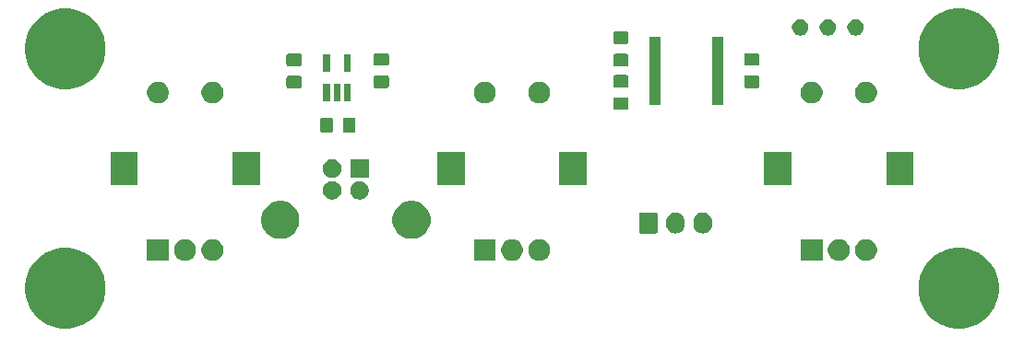
<source format=gbr>
G04 #@! TF.GenerationSoftware,KiCad,Pcbnew,5.0.2-bee76a0~70~ubuntu16.04.1*
G04 #@! TF.CreationDate,2019-03-20T11:43:52+01:00*
G04 #@! TF.ProjectId,controller,636f6e74-726f-46c6-9c65-722e6b696361,rev?*
G04 #@! TF.SameCoordinates,Original*
G04 #@! TF.FileFunction,Soldermask,Top*
G04 #@! TF.FilePolarity,Negative*
%FSLAX46Y46*%
G04 Gerber Fmt 4.6, Leading zero omitted, Abs format (unit mm)*
G04 Created by KiCad (PCBNEW 5.0.2-bee76a0~70~ubuntu16.04.1) date Wed 20 Mar 2019 11:43:52 AM CET*
%MOMM*%
%LPD*%
G01*
G04 APERTURE LIST*
%ADD10C,0.100000*%
G04 APERTURE END LIST*
D10*
G36*
X182079249Y-67442188D02*
X182456597Y-67598491D01*
X182752607Y-67721102D01*
X183130609Y-67973675D01*
X183358616Y-68126024D01*
X183873976Y-68641384D01*
X183873978Y-68641387D01*
X184278898Y-69247393D01*
X184278898Y-69247394D01*
X184557812Y-69920751D01*
X184700000Y-70635580D01*
X184700000Y-71364420D01*
X184557812Y-72079249D01*
X184394428Y-72473693D01*
X184278898Y-72752607D01*
X183876705Y-73354531D01*
X183873976Y-73358616D01*
X183358616Y-73873976D01*
X183358613Y-73873978D01*
X182752607Y-74278898D01*
X182473693Y-74394428D01*
X182079249Y-74557812D01*
X181364420Y-74700000D01*
X180635580Y-74700000D01*
X179920751Y-74557812D01*
X179526307Y-74394428D01*
X179247393Y-74278898D01*
X178641387Y-73873978D01*
X178641384Y-73873976D01*
X178126024Y-73358616D01*
X178123295Y-73354531D01*
X177721102Y-72752607D01*
X177605572Y-72473693D01*
X177442188Y-72079249D01*
X177300000Y-71364420D01*
X177300000Y-70635580D01*
X177442188Y-69920751D01*
X177721102Y-69247394D01*
X177721102Y-69247393D01*
X178126022Y-68641387D01*
X178126024Y-68641384D01*
X178641384Y-68126024D01*
X178869391Y-67973675D01*
X179247393Y-67721102D01*
X179543403Y-67598491D01*
X179920751Y-67442188D01*
X180635580Y-67300000D01*
X181364420Y-67300000D01*
X182079249Y-67442188D01*
X182079249Y-67442188D01*
G37*
G36*
X100079249Y-67442188D02*
X100456597Y-67598491D01*
X100752607Y-67721102D01*
X101130609Y-67973675D01*
X101358616Y-68126024D01*
X101873976Y-68641384D01*
X101873978Y-68641387D01*
X102278898Y-69247393D01*
X102278898Y-69247394D01*
X102557812Y-69920751D01*
X102700000Y-70635580D01*
X102700000Y-71364420D01*
X102557812Y-72079249D01*
X102394428Y-72473693D01*
X102278898Y-72752607D01*
X101876705Y-73354531D01*
X101873976Y-73358616D01*
X101358616Y-73873976D01*
X101358613Y-73873978D01*
X100752607Y-74278898D01*
X100473693Y-74394428D01*
X100079249Y-74557812D01*
X99364420Y-74700000D01*
X98635580Y-74700000D01*
X97920751Y-74557812D01*
X97526307Y-74394428D01*
X97247393Y-74278898D01*
X96641387Y-73873978D01*
X96641384Y-73873976D01*
X96126024Y-73358616D01*
X96123295Y-73354531D01*
X95721102Y-72752607D01*
X95605572Y-72473693D01*
X95442188Y-72079249D01*
X95300000Y-71364420D01*
X95300000Y-70635580D01*
X95442188Y-69920751D01*
X95721102Y-69247394D01*
X95721102Y-69247393D01*
X96126022Y-68641387D01*
X96126024Y-68641384D01*
X96641384Y-68126024D01*
X96869391Y-67973675D01*
X97247393Y-67721102D01*
X97543403Y-67598491D01*
X97920751Y-67442188D01*
X98635580Y-67300000D01*
X99364420Y-67300000D01*
X100079249Y-67442188D01*
X100079249Y-67442188D01*
G37*
G36*
X138500000Y-68500000D02*
X136500000Y-68500000D01*
X136500000Y-66500000D01*
X138500000Y-66500000D01*
X138500000Y-68500000D01*
X138500000Y-68500000D01*
G37*
G36*
X140175770Y-66515372D02*
X140291689Y-66538429D01*
X140473678Y-66613811D01*
X140637463Y-66723249D01*
X140776751Y-66862537D01*
X140886189Y-67026322D01*
X140961571Y-67208311D01*
X141000000Y-67401509D01*
X141000000Y-67598491D01*
X140961571Y-67791689D01*
X140886189Y-67973678D01*
X140776751Y-68137463D01*
X140637463Y-68276751D01*
X140473678Y-68386189D01*
X140291689Y-68461571D01*
X140175770Y-68484628D01*
X140098493Y-68500000D01*
X139901507Y-68500000D01*
X139824230Y-68484628D01*
X139708311Y-68461571D01*
X139526322Y-68386189D01*
X139362537Y-68276751D01*
X139223249Y-68137463D01*
X139113811Y-67973678D01*
X139038429Y-67791689D01*
X139000000Y-67598491D01*
X139000000Y-67401509D01*
X139038429Y-67208311D01*
X139113811Y-67026322D01*
X139223249Y-66862537D01*
X139362537Y-66723249D01*
X139526322Y-66613811D01*
X139708311Y-66538429D01*
X139824230Y-66515372D01*
X139901507Y-66500000D01*
X140098493Y-66500000D01*
X140175770Y-66515372D01*
X140175770Y-66515372D01*
G37*
G36*
X108500000Y-68500000D02*
X106500000Y-68500000D01*
X106500000Y-66500000D01*
X108500000Y-66500000D01*
X108500000Y-68500000D01*
X108500000Y-68500000D01*
G37*
G36*
X110175770Y-66515372D02*
X110291689Y-66538429D01*
X110473678Y-66613811D01*
X110637463Y-66723249D01*
X110776751Y-66862537D01*
X110886189Y-67026322D01*
X110961571Y-67208311D01*
X111000000Y-67401509D01*
X111000000Y-67598491D01*
X110961571Y-67791689D01*
X110886189Y-67973678D01*
X110776751Y-68137463D01*
X110637463Y-68276751D01*
X110473678Y-68386189D01*
X110291689Y-68461571D01*
X110175770Y-68484628D01*
X110098493Y-68500000D01*
X109901507Y-68500000D01*
X109824230Y-68484628D01*
X109708311Y-68461571D01*
X109526322Y-68386189D01*
X109362537Y-68276751D01*
X109223249Y-68137463D01*
X109113811Y-67973678D01*
X109038429Y-67791689D01*
X109000000Y-67598491D01*
X109000000Y-67401509D01*
X109038429Y-67208311D01*
X109113811Y-67026322D01*
X109223249Y-66862537D01*
X109362537Y-66723249D01*
X109526322Y-66613811D01*
X109708311Y-66538429D01*
X109824230Y-66515372D01*
X109901507Y-66500000D01*
X110098493Y-66500000D01*
X110175770Y-66515372D01*
X110175770Y-66515372D01*
G37*
G36*
X112675770Y-66515372D02*
X112791689Y-66538429D01*
X112973678Y-66613811D01*
X113137463Y-66723249D01*
X113276751Y-66862537D01*
X113386189Y-67026322D01*
X113461571Y-67208311D01*
X113500000Y-67401509D01*
X113500000Y-67598491D01*
X113461571Y-67791689D01*
X113386189Y-67973678D01*
X113276751Y-68137463D01*
X113137463Y-68276751D01*
X112973678Y-68386189D01*
X112791689Y-68461571D01*
X112675770Y-68484628D01*
X112598493Y-68500000D01*
X112401507Y-68500000D01*
X112324230Y-68484628D01*
X112208311Y-68461571D01*
X112026322Y-68386189D01*
X111862537Y-68276751D01*
X111723249Y-68137463D01*
X111613811Y-67973678D01*
X111538429Y-67791689D01*
X111500000Y-67598491D01*
X111500000Y-67401509D01*
X111538429Y-67208311D01*
X111613811Y-67026322D01*
X111723249Y-66862537D01*
X111862537Y-66723249D01*
X112026322Y-66613811D01*
X112208311Y-66538429D01*
X112324230Y-66515372D01*
X112401507Y-66500000D01*
X112598493Y-66500000D01*
X112675770Y-66515372D01*
X112675770Y-66515372D01*
G37*
G36*
X168500000Y-68500000D02*
X166500000Y-68500000D01*
X166500000Y-66500000D01*
X168500000Y-66500000D01*
X168500000Y-68500000D01*
X168500000Y-68500000D01*
G37*
G36*
X172675770Y-66515372D02*
X172791689Y-66538429D01*
X172973678Y-66613811D01*
X173137463Y-66723249D01*
X173276751Y-66862537D01*
X173386189Y-67026322D01*
X173461571Y-67208311D01*
X173500000Y-67401509D01*
X173500000Y-67598491D01*
X173461571Y-67791689D01*
X173386189Y-67973678D01*
X173276751Y-68137463D01*
X173137463Y-68276751D01*
X172973678Y-68386189D01*
X172791689Y-68461571D01*
X172675770Y-68484628D01*
X172598493Y-68500000D01*
X172401507Y-68500000D01*
X172324230Y-68484628D01*
X172208311Y-68461571D01*
X172026322Y-68386189D01*
X171862537Y-68276751D01*
X171723249Y-68137463D01*
X171613811Y-67973678D01*
X171538429Y-67791689D01*
X171500000Y-67598491D01*
X171500000Y-67401509D01*
X171538429Y-67208311D01*
X171613811Y-67026322D01*
X171723249Y-66862537D01*
X171862537Y-66723249D01*
X172026322Y-66613811D01*
X172208311Y-66538429D01*
X172324230Y-66515372D01*
X172401507Y-66500000D01*
X172598493Y-66500000D01*
X172675770Y-66515372D01*
X172675770Y-66515372D01*
G37*
G36*
X170175770Y-66515372D02*
X170291689Y-66538429D01*
X170473678Y-66613811D01*
X170637463Y-66723249D01*
X170776751Y-66862537D01*
X170886189Y-67026322D01*
X170961571Y-67208311D01*
X171000000Y-67401509D01*
X171000000Y-67598491D01*
X170961571Y-67791689D01*
X170886189Y-67973678D01*
X170776751Y-68137463D01*
X170637463Y-68276751D01*
X170473678Y-68386189D01*
X170291689Y-68461571D01*
X170175770Y-68484628D01*
X170098493Y-68500000D01*
X169901507Y-68500000D01*
X169824230Y-68484628D01*
X169708311Y-68461571D01*
X169526322Y-68386189D01*
X169362537Y-68276751D01*
X169223249Y-68137463D01*
X169113811Y-67973678D01*
X169038429Y-67791689D01*
X169000000Y-67598491D01*
X169000000Y-67401509D01*
X169038429Y-67208311D01*
X169113811Y-67026322D01*
X169223249Y-66862537D01*
X169362537Y-66723249D01*
X169526322Y-66613811D01*
X169708311Y-66538429D01*
X169824230Y-66515372D01*
X169901507Y-66500000D01*
X170098493Y-66500000D01*
X170175770Y-66515372D01*
X170175770Y-66515372D01*
G37*
G36*
X142675770Y-66515372D02*
X142791689Y-66538429D01*
X142973678Y-66613811D01*
X143137463Y-66723249D01*
X143276751Y-66862537D01*
X143386189Y-67026322D01*
X143461571Y-67208311D01*
X143500000Y-67401509D01*
X143500000Y-67598491D01*
X143461571Y-67791689D01*
X143386189Y-67973678D01*
X143276751Y-68137463D01*
X143137463Y-68276751D01*
X142973678Y-68386189D01*
X142791689Y-68461571D01*
X142675770Y-68484628D01*
X142598493Y-68500000D01*
X142401507Y-68500000D01*
X142324230Y-68484628D01*
X142208311Y-68461571D01*
X142026322Y-68386189D01*
X141862537Y-68276751D01*
X141723249Y-68137463D01*
X141613811Y-67973678D01*
X141538429Y-67791689D01*
X141500000Y-67598491D01*
X141500000Y-67401509D01*
X141538429Y-67208311D01*
X141613811Y-67026322D01*
X141723249Y-66862537D01*
X141862537Y-66723249D01*
X142026322Y-66613811D01*
X142208311Y-66538429D01*
X142324230Y-66515372D01*
X142401507Y-66500000D01*
X142598493Y-66500000D01*
X142675770Y-66515372D01*
X142675770Y-66515372D01*
G37*
G36*
X131280456Y-63027251D02*
X131598936Y-63159170D01*
X131885560Y-63350686D01*
X132129314Y-63594440D01*
X132320830Y-63881064D01*
X132452749Y-64199544D01*
X132520000Y-64537640D01*
X132520000Y-64882360D01*
X132452749Y-65220456D01*
X132320830Y-65538936D01*
X132129314Y-65825560D01*
X131885560Y-66069314D01*
X131598936Y-66260830D01*
X131280456Y-66392749D01*
X130942360Y-66460000D01*
X130597640Y-66460000D01*
X130259544Y-66392749D01*
X129941064Y-66260830D01*
X129654440Y-66069314D01*
X129410686Y-65825560D01*
X129219170Y-65538936D01*
X129087251Y-65220456D01*
X129020000Y-64882360D01*
X129020000Y-64537640D01*
X129087251Y-64199544D01*
X129219170Y-63881064D01*
X129410686Y-63594440D01*
X129654440Y-63350686D01*
X129941064Y-63159170D01*
X130259544Y-63027251D01*
X130597640Y-62960000D01*
X130942360Y-62960000D01*
X131280456Y-63027251D01*
X131280456Y-63027251D01*
G37*
G36*
X119240456Y-63027251D02*
X119558936Y-63159170D01*
X119845560Y-63350686D01*
X120089314Y-63594440D01*
X120280830Y-63881064D01*
X120412749Y-64199544D01*
X120480000Y-64537640D01*
X120480000Y-64882360D01*
X120412749Y-65220456D01*
X120280830Y-65538936D01*
X120089314Y-65825560D01*
X119845560Y-66069314D01*
X119558936Y-66260830D01*
X119240456Y-66392749D01*
X118902360Y-66460000D01*
X118557640Y-66460000D01*
X118219544Y-66392749D01*
X117901064Y-66260830D01*
X117614440Y-66069314D01*
X117370686Y-65825560D01*
X117179170Y-65538936D01*
X117047251Y-65220456D01*
X116980000Y-64882360D01*
X116980000Y-64537640D01*
X117047251Y-64199544D01*
X117179170Y-63881064D01*
X117370686Y-63594440D01*
X117614440Y-63350686D01*
X117901064Y-63159170D01*
X118219544Y-63027251D01*
X118557640Y-62960000D01*
X118902360Y-62960000D01*
X119240456Y-63027251D01*
X119240456Y-63027251D01*
G37*
G36*
X155166629Y-64037299D02*
X155281363Y-64072104D01*
X155326854Y-64085903D01*
X155400172Y-64125093D01*
X155474524Y-64164834D01*
X155603949Y-64271051D01*
X155710169Y-64400480D01*
X155789097Y-64548145D01*
X155837701Y-64708370D01*
X155850000Y-64833248D01*
X155850000Y-65166751D01*
X155837701Y-65291624D01*
X155837700Y-65291627D01*
X155837700Y-65291628D01*
X155789097Y-65451855D01*
X155760707Y-65504968D01*
X155710169Y-65599520D01*
X155603949Y-65728949D01*
X155474520Y-65835169D01*
X155326855Y-65914097D01*
X155166630Y-65962701D01*
X155000000Y-65979112D01*
X154833371Y-65962701D01*
X154673146Y-65914097D01*
X154525484Y-65835170D01*
X154396048Y-65728946D01*
X154289831Y-65599520D01*
X154210903Y-65451855D01*
X154162299Y-65291630D01*
X154150000Y-65166752D01*
X154150000Y-64833249D01*
X154162299Y-64708371D01*
X154197104Y-64593637D01*
X154210903Y-64548146D01*
X154256747Y-64462378D01*
X154289834Y-64400476D01*
X154396051Y-64271051D01*
X154525480Y-64164831D01*
X154673145Y-64085903D01*
X154833370Y-64037299D01*
X155000000Y-64020888D01*
X155166629Y-64037299D01*
X155166629Y-64037299D01*
G37*
G36*
X157666629Y-64037299D02*
X157781363Y-64072104D01*
X157826854Y-64085903D01*
X157900172Y-64125093D01*
X157974524Y-64164834D01*
X158103949Y-64271051D01*
X158210169Y-64400480D01*
X158289097Y-64548145D01*
X158337701Y-64708370D01*
X158350000Y-64833248D01*
X158350000Y-65166751D01*
X158337701Y-65291624D01*
X158337700Y-65291627D01*
X158337700Y-65291628D01*
X158289097Y-65451855D01*
X158260707Y-65504968D01*
X158210169Y-65599520D01*
X158103949Y-65728949D01*
X157974520Y-65835169D01*
X157826855Y-65914097D01*
X157666630Y-65962701D01*
X157500000Y-65979112D01*
X157333371Y-65962701D01*
X157173146Y-65914097D01*
X157025484Y-65835170D01*
X156896048Y-65728946D01*
X156789831Y-65599520D01*
X156710903Y-65451855D01*
X156662299Y-65291630D01*
X156650000Y-65166752D01*
X156650000Y-64833249D01*
X156662299Y-64708371D01*
X156697104Y-64593637D01*
X156710903Y-64548146D01*
X156756747Y-64462378D01*
X156789834Y-64400476D01*
X156896051Y-64271051D01*
X157025480Y-64164831D01*
X157173145Y-64085903D01*
X157333370Y-64037299D01*
X157500000Y-64020888D01*
X157666629Y-64037299D01*
X157666629Y-64037299D01*
G37*
G36*
X153219675Y-64028701D02*
X153249907Y-64037872D01*
X153277769Y-64052765D01*
X153302192Y-64072808D01*
X153322235Y-64097231D01*
X153337128Y-64125093D01*
X153346299Y-64155325D01*
X153350000Y-64192905D01*
X153350000Y-65807095D01*
X153346299Y-65844675D01*
X153337128Y-65874907D01*
X153322235Y-65902769D01*
X153302192Y-65927192D01*
X153277769Y-65947235D01*
X153249907Y-65962128D01*
X153219675Y-65971299D01*
X153182095Y-65975000D01*
X151817905Y-65975000D01*
X151780325Y-65971299D01*
X151750093Y-65962128D01*
X151722231Y-65947235D01*
X151697808Y-65927192D01*
X151677765Y-65902769D01*
X151662872Y-65874907D01*
X151653701Y-65844675D01*
X151650000Y-65807095D01*
X151650000Y-64192905D01*
X151653701Y-64155325D01*
X151662872Y-64125093D01*
X151677765Y-64097231D01*
X151697808Y-64072808D01*
X151722231Y-64052765D01*
X151750093Y-64037872D01*
X151780325Y-64028701D01*
X151817905Y-64025000D01*
X153182095Y-64025000D01*
X153219675Y-64028701D01*
X153219675Y-64028701D01*
G37*
G36*
X123747934Y-61182664D02*
X123902627Y-61246740D01*
X124041847Y-61339764D01*
X124160236Y-61458153D01*
X124253260Y-61597373D01*
X124317336Y-61752066D01*
X124350000Y-61916281D01*
X124350000Y-62083719D01*
X124317336Y-62247934D01*
X124253260Y-62402627D01*
X124160236Y-62541847D01*
X124041847Y-62660236D01*
X123902627Y-62753260D01*
X123747934Y-62817336D01*
X123583719Y-62850000D01*
X123416281Y-62850000D01*
X123252066Y-62817336D01*
X123097373Y-62753260D01*
X122958153Y-62660236D01*
X122839764Y-62541847D01*
X122746740Y-62402627D01*
X122682664Y-62247934D01*
X122650000Y-62083719D01*
X122650000Y-61916281D01*
X122682664Y-61752066D01*
X122746740Y-61597373D01*
X122839764Y-61458153D01*
X122958153Y-61339764D01*
X123097373Y-61246740D01*
X123252066Y-61182664D01*
X123416281Y-61150000D01*
X123583719Y-61150000D01*
X123747934Y-61182664D01*
X123747934Y-61182664D01*
G37*
G36*
X126247934Y-61182664D02*
X126402627Y-61246740D01*
X126541847Y-61339764D01*
X126660236Y-61458153D01*
X126753260Y-61597373D01*
X126817336Y-61752066D01*
X126850000Y-61916281D01*
X126850000Y-62083719D01*
X126817336Y-62247934D01*
X126753260Y-62402627D01*
X126660236Y-62541847D01*
X126541847Y-62660236D01*
X126402627Y-62753260D01*
X126247934Y-62817336D01*
X126083719Y-62850000D01*
X125916281Y-62850000D01*
X125752066Y-62817336D01*
X125597373Y-62753260D01*
X125458153Y-62660236D01*
X125339764Y-62541847D01*
X125246740Y-62402627D01*
X125182664Y-62247934D01*
X125150000Y-62083719D01*
X125150000Y-61916281D01*
X125182664Y-61752066D01*
X125246740Y-61597373D01*
X125339764Y-61458153D01*
X125458153Y-61339764D01*
X125597373Y-61246740D01*
X125752066Y-61182664D01*
X125916281Y-61150000D01*
X126083719Y-61150000D01*
X126247934Y-61182664D01*
X126247934Y-61182664D01*
G37*
G36*
X165650000Y-61500000D02*
X163150000Y-61500000D01*
X163150000Y-58500000D01*
X165650000Y-58500000D01*
X165650000Y-61500000D01*
X165650000Y-61500000D01*
G37*
G36*
X105650000Y-61500000D02*
X103150000Y-61500000D01*
X103150000Y-58500000D01*
X105650000Y-58500000D01*
X105650000Y-61500000D01*
X105650000Y-61500000D01*
G37*
G36*
X116850000Y-61500000D02*
X114350000Y-61500000D01*
X114350000Y-58500000D01*
X116850000Y-58500000D01*
X116850000Y-61500000D01*
X116850000Y-61500000D01*
G37*
G36*
X146850000Y-61500000D02*
X144350000Y-61500000D01*
X144350000Y-58500000D01*
X146850000Y-58500000D01*
X146850000Y-61500000D01*
X146850000Y-61500000D01*
G37*
G36*
X176850000Y-61500000D02*
X174350000Y-61500000D01*
X174350000Y-58500000D01*
X176850000Y-58500000D01*
X176850000Y-61500000D01*
X176850000Y-61500000D01*
G37*
G36*
X135650000Y-61500000D02*
X133150000Y-61500000D01*
X133150000Y-58500000D01*
X135650000Y-58500000D01*
X135650000Y-61500000D01*
X135650000Y-61500000D01*
G37*
G36*
X126850000Y-60850000D02*
X125150000Y-60850000D01*
X125150000Y-59150000D01*
X126850000Y-59150000D01*
X126850000Y-60850000D01*
X126850000Y-60850000D01*
G37*
G36*
X123747934Y-59182664D02*
X123902627Y-59246740D01*
X124041847Y-59339764D01*
X124160236Y-59458153D01*
X124253260Y-59597373D01*
X124317336Y-59752066D01*
X124350000Y-59916281D01*
X124350000Y-60083719D01*
X124317336Y-60247934D01*
X124253260Y-60402627D01*
X124160236Y-60541847D01*
X124041847Y-60660236D01*
X123902627Y-60753260D01*
X123747934Y-60817336D01*
X123583719Y-60850000D01*
X123416281Y-60850000D01*
X123252066Y-60817336D01*
X123097373Y-60753260D01*
X122958153Y-60660236D01*
X122839764Y-60541847D01*
X122746740Y-60402627D01*
X122682664Y-60247934D01*
X122650000Y-60083719D01*
X122650000Y-59916281D01*
X122682664Y-59752066D01*
X122746740Y-59597373D01*
X122839764Y-59458153D01*
X122958153Y-59339764D01*
X123097373Y-59246740D01*
X123252066Y-59182664D01*
X123416281Y-59150000D01*
X123583719Y-59150000D01*
X123747934Y-59182664D01*
X123747934Y-59182664D01*
G37*
G36*
X123430522Y-55304039D02*
X123464053Y-55314211D01*
X123494960Y-55330731D01*
X123522043Y-55352957D01*
X123544269Y-55380040D01*
X123560789Y-55410947D01*
X123570961Y-55444478D01*
X123575000Y-55485487D01*
X123575000Y-56514513D01*
X123570961Y-56555522D01*
X123560789Y-56589053D01*
X123544269Y-56619960D01*
X123522043Y-56647043D01*
X123494960Y-56669269D01*
X123464053Y-56685789D01*
X123430522Y-56695961D01*
X123389513Y-56700000D01*
X122610487Y-56700000D01*
X122569478Y-56695961D01*
X122535947Y-56685789D01*
X122505040Y-56669269D01*
X122477957Y-56647043D01*
X122455731Y-56619960D01*
X122439211Y-56589053D01*
X122429039Y-56555522D01*
X122425000Y-56514513D01*
X122425000Y-55485487D01*
X122429039Y-55444478D01*
X122439211Y-55410947D01*
X122455731Y-55380040D01*
X122477957Y-55352957D01*
X122505040Y-55330731D01*
X122535947Y-55314211D01*
X122569478Y-55304039D01*
X122610487Y-55300000D01*
X123389513Y-55300000D01*
X123430522Y-55304039D01*
X123430522Y-55304039D01*
G37*
G36*
X125480522Y-55304039D02*
X125514053Y-55314211D01*
X125544960Y-55330731D01*
X125572043Y-55352957D01*
X125594269Y-55380040D01*
X125610789Y-55410947D01*
X125620961Y-55444478D01*
X125625000Y-55485487D01*
X125625000Y-56514513D01*
X125620961Y-56555522D01*
X125610789Y-56589053D01*
X125594269Y-56619960D01*
X125572043Y-56647043D01*
X125544960Y-56669269D01*
X125514053Y-56685789D01*
X125480522Y-56695961D01*
X125439513Y-56700000D01*
X124660487Y-56700000D01*
X124619478Y-56695961D01*
X124585947Y-56685789D01*
X124555040Y-56669269D01*
X124527957Y-56647043D01*
X124505731Y-56619960D01*
X124489211Y-56589053D01*
X124479039Y-56555522D01*
X124475000Y-56514513D01*
X124475000Y-55485487D01*
X124479039Y-55444478D01*
X124489211Y-55410947D01*
X124505731Y-55380040D01*
X124527957Y-55352957D01*
X124555040Y-55330731D01*
X124585947Y-55314211D01*
X124619478Y-55304039D01*
X124660487Y-55300000D01*
X125439513Y-55300000D01*
X125480522Y-55304039D01*
X125480522Y-55304039D01*
G37*
G36*
X150555522Y-53454039D02*
X150589053Y-53464211D01*
X150619960Y-53480731D01*
X150647043Y-53502957D01*
X150669269Y-53530040D01*
X150685789Y-53560947D01*
X150695961Y-53594478D01*
X150700000Y-53635487D01*
X150700000Y-54414513D01*
X150695961Y-54455522D01*
X150685789Y-54489053D01*
X150669269Y-54519960D01*
X150647043Y-54547043D01*
X150619960Y-54569269D01*
X150589053Y-54585789D01*
X150555522Y-54595961D01*
X150514513Y-54600000D01*
X149485487Y-54600000D01*
X149444478Y-54595961D01*
X149410947Y-54585789D01*
X149380040Y-54569269D01*
X149352957Y-54547043D01*
X149330731Y-54519960D01*
X149314211Y-54489053D01*
X149304039Y-54455522D01*
X149300000Y-54414513D01*
X149300000Y-53635487D01*
X149304039Y-53594478D01*
X149314211Y-53560947D01*
X149330731Y-53530040D01*
X149352957Y-53502957D01*
X149380040Y-53480731D01*
X149410947Y-53464211D01*
X149444478Y-53454039D01*
X149485487Y-53450000D01*
X150514513Y-53450000D01*
X150555522Y-53454039D01*
X150555522Y-53454039D01*
G37*
G36*
X153600000Y-54125000D02*
X152600000Y-54125000D01*
X152600000Y-47875000D01*
X153600000Y-47875000D01*
X153600000Y-54125000D01*
X153600000Y-54125000D01*
G37*
G36*
X159400000Y-54125000D02*
X158400000Y-54125000D01*
X158400000Y-47875000D01*
X159400000Y-47875000D01*
X159400000Y-54125000D01*
X159400000Y-54125000D01*
G37*
G36*
X137675770Y-52015372D02*
X137791689Y-52038429D01*
X137973678Y-52113811D01*
X138137463Y-52223249D01*
X138276751Y-52362537D01*
X138386189Y-52526322D01*
X138461571Y-52708311D01*
X138500000Y-52901509D01*
X138500000Y-53098491D01*
X138461571Y-53291689D01*
X138386189Y-53473678D01*
X138276751Y-53637463D01*
X138137463Y-53776751D01*
X137973678Y-53886189D01*
X137791689Y-53961571D01*
X137675770Y-53984628D01*
X137598493Y-54000000D01*
X137401507Y-54000000D01*
X137324230Y-53984628D01*
X137208311Y-53961571D01*
X137026322Y-53886189D01*
X136862537Y-53776751D01*
X136723249Y-53637463D01*
X136613811Y-53473678D01*
X136538429Y-53291689D01*
X136500000Y-53098491D01*
X136500000Y-52901509D01*
X136538429Y-52708311D01*
X136613811Y-52526322D01*
X136723249Y-52362537D01*
X136862537Y-52223249D01*
X137026322Y-52113811D01*
X137208311Y-52038429D01*
X137324230Y-52015372D01*
X137401507Y-52000000D01*
X137598493Y-52000000D01*
X137675770Y-52015372D01*
X137675770Y-52015372D01*
G37*
G36*
X142675770Y-52015372D02*
X142791689Y-52038429D01*
X142973678Y-52113811D01*
X143137463Y-52223249D01*
X143276751Y-52362537D01*
X143386189Y-52526322D01*
X143461571Y-52708311D01*
X143500000Y-52901509D01*
X143500000Y-53098491D01*
X143461571Y-53291689D01*
X143386189Y-53473678D01*
X143276751Y-53637463D01*
X143137463Y-53776751D01*
X142973678Y-53886189D01*
X142791689Y-53961571D01*
X142675770Y-53984628D01*
X142598493Y-54000000D01*
X142401507Y-54000000D01*
X142324230Y-53984628D01*
X142208311Y-53961571D01*
X142026322Y-53886189D01*
X141862537Y-53776751D01*
X141723249Y-53637463D01*
X141613811Y-53473678D01*
X141538429Y-53291689D01*
X141500000Y-53098491D01*
X141500000Y-52901509D01*
X141538429Y-52708311D01*
X141613811Y-52526322D01*
X141723249Y-52362537D01*
X141862537Y-52223249D01*
X142026322Y-52113811D01*
X142208311Y-52038429D01*
X142324230Y-52015372D01*
X142401507Y-52000000D01*
X142598493Y-52000000D01*
X142675770Y-52015372D01*
X142675770Y-52015372D01*
G37*
G36*
X172675770Y-52015372D02*
X172791689Y-52038429D01*
X172973678Y-52113811D01*
X173137463Y-52223249D01*
X173276751Y-52362537D01*
X173386189Y-52526322D01*
X173461571Y-52708311D01*
X173500000Y-52901509D01*
X173500000Y-53098491D01*
X173461571Y-53291689D01*
X173386189Y-53473678D01*
X173276751Y-53637463D01*
X173137463Y-53776751D01*
X172973678Y-53886189D01*
X172791689Y-53961571D01*
X172675770Y-53984628D01*
X172598493Y-54000000D01*
X172401507Y-54000000D01*
X172324230Y-53984628D01*
X172208311Y-53961571D01*
X172026322Y-53886189D01*
X171862537Y-53776751D01*
X171723249Y-53637463D01*
X171613811Y-53473678D01*
X171538429Y-53291689D01*
X171500000Y-53098491D01*
X171500000Y-52901509D01*
X171538429Y-52708311D01*
X171613811Y-52526322D01*
X171723249Y-52362537D01*
X171862537Y-52223249D01*
X172026322Y-52113811D01*
X172208311Y-52038429D01*
X172324230Y-52015372D01*
X172401507Y-52000000D01*
X172598493Y-52000000D01*
X172675770Y-52015372D01*
X172675770Y-52015372D01*
G37*
G36*
X167675770Y-52015372D02*
X167791689Y-52038429D01*
X167973678Y-52113811D01*
X168137463Y-52223249D01*
X168276751Y-52362537D01*
X168386189Y-52526322D01*
X168461571Y-52708311D01*
X168500000Y-52901509D01*
X168500000Y-53098491D01*
X168461571Y-53291689D01*
X168386189Y-53473678D01*
X168276751Y-53637463D01*
X168137463Y-53776751D01*
X167973678Y-53886189D01*
X167791689Y-53961571D01*
X167675770Y-53984628D01*
X167598493Y-54000000D01*
X167401507Y-54000000D01*
X167324230Y-53984628D01*
X167208311Y-53961571D01*
X167026322Y-53886189D01*
X166862537Y-53776751D01*
X166723249Y-53637463D01*
X166613811Y-53473678D01*
X166538429Y-53291689D01*
X166500000Y-53098491D01*
X166500000Y-52901509D01*
X166538429Y-52708311D01*
X166613811Y-52526322D01*
X166723249Y-52362537D01*
X166862537Y-52223249D01*
X167026322Y-52113811D01*
X167208311Y-52038429D01*
X167324230Y-52015372D01*
X167401507Y-52000000D01*
X167598493Y-52000000D01*
X167675770Y-52015372D01*
X167675770Y-52015372D01*
G37*
G36*
X112675770Y-52015372D02*
X112791689Y-52038429D01*
X112973678Y-52113811D01*
X113137463Y-52223249D01*
X113276751Y-52362537D01*
X113386189Y-52526322D01*
X113461571Y-52708311D01*
X113500000Y-52901509D01*
X113500000Y-53098491D01*
X113461571Y-53291689D01*
X113386189Y-53473678D01*
X113276751Y-53637463D01*
X113137463Y-53776751D01*
X112973678Y-53886189D01*
X112791689Y-53961571D01*
X112675770Y-53984628D01*
X112598493Y-54000000D01*
X112401507Y-54000000D01*
X112324230Y-53984628D01*
X112208311Y-53961571D01*
X112026322Y-53886189D01*
X111862537Y-53776751D01*
X111723249Y-53637463D01*
X111613811Y-53473678D01*
X111538429Y-53291689D01*
X111500000Y-53098491D01*
X111500000Y-52901509D01*
X111538429Y-52708311D01*
X111613811Y-52526322D01*
X111723249Y-52362537D01*
X111862537Y-52223249D01*
X112026322Y-52113811D01*
X112208311Y-52038429D01*
X112324230Y-52015372D01*
X112401507Y-52000000D01*
X112598493Y-52000000D01*
X112675770Y-52015372D01*
X112675770Y-52015372D01*
G37*
G36*
X107675770Y-52015372D02*
X107791689Y-52038429D01*
X107973678Y-52113811D01*
X108137463Y-52223249D01*
X108276751Y-52362537D01*
X108386189Y-52526322D01*
X108461571Y-52708311D01*
X108500000Y-52901509D01*
X108500000Y-53098491D01*
X108461571Y-53291689D01*
X108386189Y-53473678D01*
X108276751Y-53637463D01*
X108137463Y-53776751D01*
X107973678Y-53886189D01*
X107791689Y-53961571D01*
X107675770Y-53984628D01*
X107598493Y-54000000D01*
X107401507Y-54000000D01*
X107324230Y-53984628D01*
X107208311Y-53961571D01*
X107026322Y-53886189D01*
X106862537Y-53776751D01*
X106723249Y-53637463D01*
X106613811Y-53473678D01*
X106538429Y-53291689D01*
X106500000Y-53098491D01*
X106500000Y-52901509D01*
X106538429Y-52708311D01*
X106613811Y-52526322D01*
X106723249Y-52362537D01*
X106862537Y-52223249D01*
X107026322Y-52113811D01*
X107208311Y-52038429D01*
X107324230Y-52015372D01*
X107401507Y-52000000D01*
X107598493Y-52000000D01*
X107675770Y-52015372D01*
X107675770Y-52015372D01*
G37*
G36*
X125225000Y-53780000D02*
X124575000Y-53780000D01*
X124575000Y-52220000D01*
X125225000Y-52220000D01*
X125225000Y-53780000D01*
X125225000Y-53780000D01*
G37*
G36*
X124275000Y-53780000D02*
X123625000Y-53780000D01*
X123625000Y-52220000D01*
X124275000Y-52220000D01*
X124275000Y-53780000D01*
X124275000Y-53780000D01*
G37*
G36*
X123325000Y-53780000D02*
X122675000Y-53780000D01*
X122675000Y-52220000D01*
X123325000Y-52220000D01*
X123325000Y-53780000D01*
X123325000Y-53780000D01*
G37*
G36*
X100079249Y-45442188D02*
X100473693Y-45605572D01*
X100752607Y-45721102D01*
X101354531Y-46123295D01*
X101358616Y-46126024D01*
X101873976Y-46641384D01*
X101873978Y-46641387D01*
X102278898Y-47247393D01*
X102347996Y-47414211D01*
X102557812Y-47920751D01*
X102700000Y-48635580D01*
X102700000Y-49364420D01*
X102557812Y-50079249D01*
X102425461Y-50398773D01*
X102278898Y-50752607D01*
X102060141Y-51080000D01*
X101873976Y-51358616D01*
X101358616Y-51873976D01*
X101358613Y-51873978D01*
X100752607Y-52278898D01*
X100520593Y-52375001D01*
X100079249Y-52557812D01*
X99364420Y-52700000D01*
X98635580Y-52700000D01*
X97920751Y-52557812D01*
X97479407Y-52375001D01*
X97247393Y-52278898D01*
X96641387Y-51873978D01*
X96641384Y-51873976D01*
X96126024Y-51358616D01*
X95939859Y-51080000D01*
X95721102Y-50752607D01*
X95574539Y-50398773D01*
X95442188Y-50079249D01*
X95300000Y-49364420D01*
X95300000Y-48635580D01*
X95442188Y-47920751D01*
X95652004Y-47414211D01*
X95721102Y-47247393D01*
X96126022Y-46641387D01*
X96126024Y-46641384D01*
X96641384Y-46126024D01*
X96645469Y-46123295D01*
X97247393Y-45721102D01*
X97526307Y-45605572D01*
X97920751Y-45442188D01*
X98635580Y-45300000D01*
X99364420Y-45300000D01*
X100079249Y-45442188D01*
X100079249Y-45442188D01*
G37*
G36*
X182079249Y-45442188D02*
X182473693Y-45605572D01*
X182752607Y-45721102D01*
X183354531Y-46123295D01*
X183358616Y-46126024D01*
X183873976Y-46641384D01*
X183873978Y-46641387D01*
X184278898Y-47247393D01*
X184347996Y-47414211D01*
X184557812Y-47920751D01*
X184700000Y-48635580D01*
X184700000Y-49364420D01*
X184557812Y-50079249D01*
X184425461Y-50398773D01*
X184278898Y-50752607D01*
X184060141Y-51080000D01*
X183873976Y-51358616D01*
X183358616Y-51873976D01*
X183358613Y-51873978D01*
X182752607Y-52278898D01*
X182520593Y-52375001D01*
X182079249Y-52557812D01*
X181364420Y-52700000D01*
X180635580Y-52700000D01*
X179920751Y-52557812D01*
X179479407Y-52375001D01*
X179247393Y-52278898D01*
X178641387Y-51873978D01*
X178641384Y-51873976D01*
X178126024Y-51358616D01*
X177939859Y-51080000D01*
X177721102Y-50752607D01*
X177574539Y-50398773D01*
X177442188Y-50079249D01*
X177300000Y-49364420D01*
X177300000Y-48635580D01*
X177442188Y-47920751D01*
X177652004Y-47414211D01*
X177721102Y-47247393D01*
X178126022Y-46641387D01*
X178126024Y-46641384D01*
X178641384Y-46126024D01*
X178645469Y-46123295D01*
X179247393Y-45721102D01*
X179526307Y-45605572D01*
X179920751Y-45442188D01*
X180635580Y-45300000D01*
X181364420Y-45300000D01*
X182079249Y-45442188D01*
X182079249Y-45442188D01*
G37*
G36*
X120555522Y-51479039D02*
X120589053Y-51489211D01*
X120619960Y-51505731D01*
X120647043Y-51527957D01*
X120669269Y-51555040D01*
X120685789Y-51585947D01*
X120695961Y-51619478D01*
X120700000Y-51660487D01*
X120700000Y-52439513D01*
X120695961Y-52480522D01*
X120685789Y-52514053D01*
X120669269Y-52544960D01*
X120647043Y-52572043D01*
X120619960Y-52594269D01*
X120589053Y-52610789D01*
X120555522Y-52620961D01*
X120514513Y-52625000D01*
X119485487Y-52625000D01*
X119444478Y-52620961D01*
X119410947Y-52610789D01*
X119380040Y-52594269D01*
X119352957Y-52572043D01*
X119330731Y-52544960D01*
X119314211Y-52514053D01*
X119304039Y-52480522D01*
X119300000Y-52439513D01*
X119300000Y-51660487D01*
X119304039Y-51619478D01*
X119314211Y-51585947D01*
X119330731Y-51555040D01*
X119352957Y-51527957D01*
X119380040Y-51505731D01*
X119410947Y-51489211D01*
X119444478Y-51479039D01*
X119485487Y-51475000D01*
X120514513Y-51475000D01*
X120555522Y-51479039D01*
X120555522Y-51479039D01*
G37*
G36*
X162555522Y-51454039D02*
X162589053Y-51464211D01*
X162619960Y-51480731D01*
X162647043Y-51502957D01*
X162669269Y-51530040D01*
X162685789Y-51560947D01*
X162695961Y-51594478D01*
X162700000Y-51635487D01*
X162700000Y-52414513D01*
X162695961Y-52455522D01*
X162685789Y-52489053D01*
X162669269Y-52519960D01*
X162647043Y-52547043D01*
X162619960Y-52569269D01*
X162589053Y-52585789D01*
X162555522Y-52595961D01*
X162514513Y-52600000D01*
X161485487Y-52600000D01*
X161444478Y-52595961D01*
X161410947Y-52585789D01*
X161380040Y-52569269D01*
X161352957Y-52547043D01*
X161330731Y-52519960D01*
X161314211Y-52489053D01*
X161304039Y-52455522D01*
X161300000Y-52414513D01*
X161300000Y-51635487D01*
X161304039Y-51594478D01*
X161314211Y-51560947D01*
X161330731Y-51530040D01*
X161352957Y-51502957D01*
X161380040Y-51480731D01*
X161410947Y-51464211D01*
X161444478Y-51454039D01*
X161485487Y-51450000D01*
X162514513Y-51450000D01*
X162555522Y-51454039D01*
X162555522Y-51454039D01*
G37*
G36*
X128555522Y-51454039D02*
X128589053Y-51464211D01*
X128619960Y-51480731D01*
X128647043Y-51502957D01*
X128669269Y-51530040D01*
X128685789Y-51560947D01*
X128695961Y-51594478D01*
X128700000Y-51635487D01*
X128700000Y-52414513D01*
X128695961Y-52455522D01*
X128685789Y-52489053D01*
X128669269Y-52519960D01*
X128647043Y-52547043D01*
X128619960Y-52569269D01*
X128589053Y-52585789D01*
X128555522Y-52595961D01*
X128514513Y-52600000D01*
X127485487Y-52600000D01*
X127444478Y-52595961D01*
X127410947Y-52585789D01*
X127380040Y-52569269D01*
X127352957Y-52547043D01*
X127330731Y-52519960D01*
X127314211Y-52489053D01*
X127304039Y-52455522D01*
X127300000Y-52414513D01*
X127300000Y-51635487D01*
X127304039Y-51594478D01*
X127314211Y-51560947D01*
X127330731Y-51530040D01*
X127352957Y-51502957D01*
X127380040Y-51480731D01*
X127410947Y-51464211D01*
X127444478Y-51454039D01*
X127485487Y-51450000D01*
X128514513Y-51450000D01*
X128555522Y-51454039D01*
X128555522Y-51454039D01*
G37*
G36*
X150555522Y-51404039D02*
X150589053Y-51414211D01*
X150619960Y-51430731D01*
X150647043Y-51452957D01*
X150669269Y-51480040D01*
X150685789Y-51510947D01*
X150695961Y-51544478D01*
X150700000Y-51585487D01*
X150700000Y-52364513D01*
X150695961Y-52405522D01*
X150685789Y-52439053D01*
X150669269Y-52469960D01*
X150647043Y-52497043D01*
X150619960Y-52519269D01*
X150589053Y-52535789D01*
X150555522Y-52545961D01*
X150514513Y-52550000D01*
X149485487Y-52550000D01*
X149444478Y-52545961D01*
X149410947Y-52535789D01*
X149380040Y-52519269D01*
X149352957Y-52497043D01*
X149330731Y-52469960D01*
X149314211Y-52439053D01*
X149304039Y-52405522D01*
X149300000Y-52364513D01*
X149300000Y-51585487D01*
X149304039Y-51544478D01*
X149314211Y-51510947D01*
X149330731Y-51480040D01*
X149352957Y-51452957D01*
X149380040Y-51430731D01*
X149410947Y-51414211D01*
X149444478Y-51404039D01*
X149485487Y-51400000D01*
X150514513Y-51400000D01*
X150555522Y-51404039D01*
X150555522Y-51404039D01*
G37*
G36*
X123325000Y-51080000D02*
X122675000Y-51080000D01*
X122675000Y-49520000D01*
X123325000Y-49520000D01*
X123325000Y-51080000D01*
X123325000Y-51080000D01*
G37*
G36*
X125225000Y-51080000D02*
X124575000Y-51080000D01*
X124575000Y-49520000D01*
X125225000Y-49520000D01*
X125225000Y-51080000D01*
X125225000Y-51080000D01*
G37*
G36*
X150555522Y-49454039D02*
X150589053Y-49464211D01*
X150619960Y-49480731D01*
X150647043Y-49502957D01*
X150669269Y-49530040D01*
X150685789Y-49560947D01*
X150695961Y-49594478D01*
X150700000Y-49635487D01*
X150700000Y-50414513D01*
X150695961Y-50455522D01*
X150685789Y-50489053D01*
X150669269Y-50519960D01*
X150647043Y-50547043D01*
X150619960Y-50569269D01*
X150589053Y-50585789D01*
X150555522Y-50595961D01*
X150514513Y-50600000D01*
X149485487Y-50600000D01*
X149444478Y-50595961D01*
X149410947Y-50585789D01*
X149380040Y-50569269D01*
X149352957Y-50547043D01*
X149330731Y-50519960D01*
X149314211Y-50489053D01*
X149304039Y-50455522D01*
X149300000Y-50414513D01*
X149300000Y-49635487D01*
X149304039Y-49594478D01*
X149314211Y-49560947D01*
X149330731Y-49530040D01*
X149352957Y-49502957D01*
X149380040Y-49480731D01*
X149410947Y-49464211D01*
X149444478Y-49454039D01*
X149485487Y-49450000D01*
X150514513Y-49450000D01*
X150555522Y-49454039D01*
X150555522Y-49454039D01*
G37*
G36*
X120555522Y-49429039D02*
X120589053Y-49439211D01*
X120619960Y-49455731D01*
X120647043Y-49477957D01*
X120669269Y-49505040D01*
X120685789Y-49535947D01*
X120695961Y-49569478D01*
X120700000Y-49610487D01*
X120700000Y-50389513D01*
X120695961Y-50430522D01*
X120685789Y-50464053D01*
X120669269Y-50494960D01*
X120647043Y-50522043D01*
X120619960Y-50544269D01*
X120589053Y-50560789D01*
X120555522Y-50570961D01*
X120514513Y-50575000D01*
X119485487Y-50575000D01*
X119444478Y-50570961D01*
X119410947Y-50560789D01*
X119380040Y-50544269D01*
X119352957Y-50522043D01*
X119330731Y-50494960D01*
X119314211Y-50464053D01*
X119304039Y-50430522D01*
X119300000Y-50389513D01*
X119300000Y-49610487D01*
X119304039Y-49569478D01*
X119314211Y-49535947D01*
X119330731Y-49505040D01*
X119352957Y-49477957D01*
X119380040Y-49455731D01*
X119410947Y-49439211D01*
X119444478Y-49429039D01*
X119485487Y-49425000D01*
X120514513Y-49425000D01*
X120555522Y-49429039D01*
X120555522Y-49429039D01*
G37*
G36*
X162555522Y-49404039D02*
X162589053Y-49414211D01*
X162619960Y-49430731D01*
X162647043Y-49452957D01*
X162669269Y-49480040D01*
X162685789Y-49510947D01*
X162695961Y-49544478D01*
X162700000Y-49585487D01*
X162700000Y-50364513D01*
X162695961Y-50405522D01*
X162685789Y-50439053D01*
X162669269Y-50469960D01*
X162647043Y-50497043D01*
X162619960Y-50519269D01*
X162589053Y-50535789D01*
X162555522Y-50545961D01*
X162514513Y-50550000D01*
X161485487Y-50550000D01*
X161444478Y-50545961D01*
X161410947Y-50535789D01*
X161380040Y-50519269D01*
X161352957Y-50497043D01*
X161330731Y-50469960D01*
X161314211Y-50439053D01*
X161304039Y-50405522D01*
X161300000Y-50364513D01*
X161300000Y-49585487D01*
X161304039Y-49544478D01*
X161314211Y-49510947D01*
X161330731Y-49480040D01*
X161352957Y-49452957D01*
X161380040Y-49430731D01*
X161410947Y-49414211D01*
X161444478Y-49404039D01*
X161485487Y-49400000D01*
X162514513Y-49400000D01*
X162555522Y-49404039D01*
X162555522Y-49404039D01*
G37*
G36*
X128555522Y-49404039D02*
X128589053Y-49414211D01*
X128619960Y-49430731D01*
X128647043Y-49452957D01*
X128669269Y-49480040D01*
X128685789Y-49510947D01*
X128695961Y-49544478D01*
X128700000Y-49585487D01*
X128700000Y-50364513D01*
X128695961Y-50405522D01*
X128685789Y-50439053D01*
X128669269Y-50469960D01*
X128647043Y-50497043D01*
X128619960Y-50519269D01*
X128589053Y-50535789D01*
X128555522Y-50545961D01*
X128514513Y-50550000D01*
X127485487Y-50550000D01*
X127444478Y-50545961D01*
X127410947Y-50535789D01*
X127380040Y-50519269D01*
X127352957Y-50497043D01*
X127330731Y-50469960D01*
X127314211Y-50439053D01*
X127304039Y-50405522D01*
X127300000Y-50364513D01*
X127300000Y-49585487D01*
X127304039Y-49544478D01*
X127314211Y-49510947D01*
X127330731Y-49480040D01*
X127352957Y-49452957D01*
X127380040Y-49430731D01*
X127410947Y-49414211D01*
X127444478Y-49404039D01*
X127485487Y-49400000D01*
X128514513Y-49400000D01*
X128555522Y-49404039D01*
X128555522Y-49404039D01*
G37*
G36*
X150555522Y-47404039D02*
X150589053Y-47414211D01*
X150619960Y-47430731D01*
X150647043Y-47452957D01*
X150669269Y-47480040D01*
X150685789Y-47510947D01*
X150695961Y-47544478D01*
X150700000Y-47585487D01*
X150700000Y-48364513D01*
X150695961Y-48405522D01*
X150685789Y-48439053D01*
X150669269Y-48469960D01*
X150647043Y-48497043D01*
X150619960Y-48519269D01*
X150589053Y-48535789D01*
X150555522Y-48545961D01*
X150514513Y-48550000D01*
X149485487Y-48550000D01*
X149444478Y-48545961D01*
X149410947Y-48535789D01*
X149380040Y-48519269D01*
X149352957Y-48497043D01*
X149330731Y-48469960D01*
X149314211Y-48439053D01*
X149304039Y-48405522D01*
X149300000Y-48364513D01*
X149300000Y-47585487D01*
X149304039Y-47544478D01*
X149314211Y-47510947D01*
X149330731Y-47480040D01*
X149352957Y-47452957D01*
X149380040Y-47430731D01*
X149410947Y-47414211D01*
X149444478Y-47404039D01*
X149485487Y-47400000D01*
X150514513Y-47400000D01*
X150555522Y-47404039D01*
X150555522Y-47404039D01*
G37*
G36*
X166633195Y-46257522D02*
X166682267Y-46267283D01*
X166820942Y-46324724D01*
X166945750Y-46408118D01*
X167051882Y-46514250D01*
X167135276Y-46639058D01*
X167192717Y-46777734D01*
X167222000Y-46924948D01*
X167222000Y-47075052D01*
X167192717Y-47222266D01*
X167135276Y-47360942D01*
X167051882Y-47485750D01*
X166945750Y-47591882D01*
X166945747Y-47591884D01*
X166820942Y-47675276D01*
X166682267Y-47732717D01*
X166633195Y-47742478D01*
X166535052Y-47762000D01*
X166384948Y-47762000D01*
X166286805Y-47742478D01*
X166237733Y-47732717D01*
X166099058Y-47675276D01*
X165974253Y-47591884D01*
X165974250Y-47591882D01*
X165868118Y-47485750D01*
X165784724Y-47360942D01*
X165727283Y-47222266D01*
X165698000Y-47075052D01*
X165698000Y-46924948D01*
X165727283Y-46777734D01*
X165784724Y-46639058D01*
X165868118Y-46514250D01*
X165974250Y-46408118D01*
X166099058Y-46324724D01*
X166237733Y-46267283D01*
X166286805Y-46257522D01*
X166384948Y-46238000D01*
X166535052Y-46238000D01*
X166633195Y-46257522D01*
X166633195Y-46257522D01*
G37*
G36*
X169173195Y-46257522D02*
X169222267Y-46267283D01*
X169360942Y-46324724D01*
X169485750Y-46408118D01*
X169591882Y-46514250D01*
X169675276Y-46639058D01*
X169732717Y-46777734D01*
X169762000Y-46924948D01*
X169762000Y-47075052D01*
X169732717Y-47222266D01*
X169675276Y-47360942D01*
X169591882Y-47485750D01*
X169485750Y-47591882D01*
X169485747Y-47591884D01*
X169360942Y-47675276D01*
X169222267Y-47732717D01*
X169173195Y-47742478D01*
X169075052Y-47762000D01*
X168924948Y-47762000D01*
X168826805Y-47742478D01*
X168777733Y-47732717D01*
X168639058Y-47675276D01*
X168514253Y-47591884D01*
X168514250Y-47591882D01*
X168408118Y-47485750D01*
X168324724Y-47360942D01*
X168267283Y-47222266D01*
X168238000Y-47075052D01*
X168238000Y-46924948D01*
X168267283Y-46777734D01*
X168324724Y-46639058D01*
X168408118Y-46514250D01*
X168514250Y-46408118D01*
X168639058Y-46324724D01*
X168777733Y-46267283D01*
X168826805Y-46257522D01*
X168924948Y-46238000D01*
X169075052Y-46238000D01*
X169173195Y-46257522D01*
X169173195Y-46257522D01*
G37*
G36*
X171713195Y-46257522D02*
X171762267Y-46267283D01*
X171900942Y-46324724D01*
X172025750Y-46408118D01*
X172131882Y-46514250D01*
X172215276Y-46639058D01*
X172272717Y-46777734D01*
X172302000Y-46924948D01*
X172302000Y-47075052D01*
X172272717Y-47222266D01*
X172215276Y-47360942D01*
X172131882Y-47485750D01*
X172025750Y-47591882D01*
X172025747Y-47591884D01*
X171900942Y-47675276D01*
X171762267Y-47732717D01*
X171713195Y-47742478D01*
X171615052Y-47762000D01*
X171464948Y-47762000D01*
X171366805Y-47742478D01*
X171317733Y-47732717D01*
X171179058Y-47675276D01*
X171054253Y-47591884D01*
X171054250Y-47591882D01*
X170948118Y-47485750D01*
X170864724Y-47360942D01*
X170807283Y-47222266D01*
X170778000Y-47075052D01*
X170778000Y-46924948D01*
X170807283Y-46777734D01*
X170864724Y-46639058D01*
X170948118Y-46514250D01*
X171054250Y-46408118D01*
X171179058Y-46324724D01*
X171317733Y-46267283D01*
X171366805Y-46257522D01*
X171464948Y-46238000D01*
X171615052Y-46238000D01*
X171713195Y-46257522D01*
X171713195Y-46257522D01*
G37*
M02*

</source>
